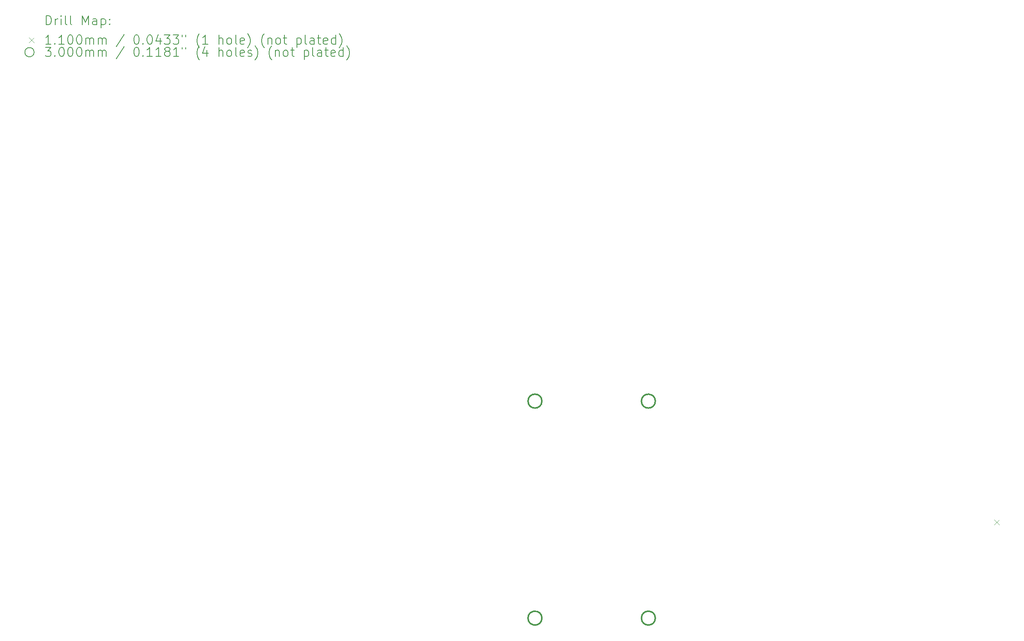
<source format=gbr>
%TF.GenerationSoftware,KiCad,Pcbnew,7.0.9*%
%TF.CreationDate,2023-11-28T16:56:36-05:00*%
%TF.ProjectId,PCB taller de electronica,50434220-7461-46c6-9c65-722064652065,rev?*%
%TF.SameCoordinates,Original*%
%TF.FileFunction,Drillmap*%
%TF.FilePolarity,Positive*%
%FSLAX45Y45*%
G04 Gerber Fmt 4.5, Leading zero omitted, Abs format (unit mm)*
G04 Created by KiCad (PCBNEW 7.0.9) date 2023-11-28 16:56:36*
%MOMM*%
%LPD*%
G01*
G04 APERTURE LIST*
%ADD10C,0.200000*%
%ADD11C,0.110000*%
%ADD12C,0.300000*%
G04 APERTURE END LIST*
D10*
D11*
X20755000Y-11019000D02*
X20865000Y-11129000D01*
X20865000Y-11019000D02*
X20755000Y-11129000D01*
D12*
X10975000Y-8453000D02*
G75*
G03*
X10975000Y-8453000I-150000J0D01*
G01*
X10975000Y-13148000D02*
G75*
G03*
X10975000Y-13148000I-150000J0D01*
G01*
X13426000Y-8453000D02*
G75*
G03*
X13426000Y-8453000I-150000J0D01*
G01*
X13426000Y-13148000D02*
G75*
G03*
X13426000Y-13148000I-150000J0D01*
G01*
D10*
X260777Y-311484D02*
X260777Y-111484D01*
X260777Y-111484D02*
X308396Y-111484D01*
X308396Y-111484D02*
X336967Y-121008D01*
X336967Y-121008D02*
X356015Y-140055D01*
X356015Y-140055D02*
X365539Y-159103D01*
X365539Y-159103D02*
X375062Y-197198D01*
X375062Y-197198D02*
X375062Y-225769D01*
X375062Y-225769D02*
X365539Y-263865D01*
X365539Y-263865D02*
X356015Y-282912D01*
X356015Y-282912D02*
X336967Y-301960D01*
X336967Y-301960D02*
X308396Y-311484D01*
X308396Y-311484D02*
X260777Y-311484D01*
X460777Y-311484D02*
X460777Y-178150D01*
X460777Y-216246D02*
X470301Y-197198D01*
X470301Y-197198D02*
X479824Y-187674D01*
X479824Y-187674D02*
X498872Y-178150D01*
X498872Y-178150D02*
X517920Y-178150D01*
X584586Y-311484D02*
X584586Y-178150D01*
X584586Y-111484D02*
X575063Y-121008D01*
X575063Y-121008D02*
X584586Y-130531D01*
X584586Y-130531D02*
X594110Y-121008D01*
X594110Y-121008D02*
X584586Y-111484D01*
X584586Y-111484D02*
X584586Y-130531D01*
X708396Y-311484D02*
X689348Y-301960D01*
X689348Y-301960D02*
X679824Y-282912D01*
X679824Y-282912D02*
X679824Y-111484D01*
X813158Y-311484D02*
X794110Y-301960D01*
X794110Y-301960D02*
X784586Y-282912D01*
X784586Y-282912D02*
X784586Y-111484D01*
X1041729Y-311484D02*
X1041729Y-111484D01*
X1041729Y-111484D02*
X1108396Y-254341D01*
X1108396Y-254341D02*
X1175063Y-111484D01*
X1175063Y-111484D02*
X1175063Y-311484D01*
X1356015Y-311484D02*
X1356015Y-206722D01*
X1356015Y-206722D02*
X1346491Y-187674D01*
X1346491Y-187674D02*
X1327444Y-178150D01*
X1327444Y-178150D02*
X1289348Y-178150D01*
X1289348Y-178150D02*
X1270301Y-187674D01*
X1356015Y-301960D02*
X1336967Y-311484D01*
X1336967Y-311484D02*
X1289348Y-311484D01*
X1289348Y-311484D02*
X1270301Y-301960D01*
X1270301Y-301960D02*
X1260777Y-282912D01*
X1260777Y-282912D02*
X1260777Y-263865D01*
X1260777Y-263865D02*
X1270301Y-244817D01*
X1270301Y-244817D02*
X1289348Y-235293D01*
X1289348Y-235293D02*
X1336967Y-235293D01*
X1336967Y-235293D02*
X1356015Y-225769D01*
X1451253Y-178150D02*
X1451253Y-378150D01*
X1451253Y-187674D02*
X1470301Y-178150D01*
X1470301Y-178150D02*
X1508396Y-178150D01*
X1508396Y-178150D02*
X1527443Y-187674D01*
X1527443Y-187674D02*
X1536967Y-197198D01*
X1536967Y-197198D02*
X1546491Y-216246D01*
X1546491Y-216246D02*
X1546491Y-273389D01*
X1546491Y-273389D02*
X1536967Y-292436D01*
X1536967Y-292436D02*
X1527443Y-301960D01*
X1527443Y-301960D02*
X1508396Y-311484D01*
X1508396Y-311484D02*
X1470301Y-311484D01*
X1470301Y-311484D02*
X1451253Y-301960D01*
X1632205Y-292436D02*
X1641729Y-301960D01*
X1641729Y-301960D02*
X1632205Y-311484D01*
X1632205Y-311484D02*
X1622682Y-301960D01*
X1622682Y-301960D02*
X1632205Y-292436D01*
X1632205Y-292436D02*
X1632205Y-311484D01*
X1632205Y-187674D02*
X1641729Y-197198D01*
X1641729Y-197198D02*
X1632205Y-206722D01*
X1632205Y-206722D02*
X1622682Y-197198D01*
X1622682Y-197198D02*
X1632205Y-187674D01*
X1632205Y-187674D02*
X1632205Y-206722D01*
D11*
X-110000Y-585000D02*
X0Y-695000D01*
X0Y-585000D02*
X-110000Y-695000D01*
D10*
X365539Y-731484D02*
X251253Y-731484D01*
X308396Y-731484D02*
X308396Y-531484D01*
X308396Y-531484D02*
X289348Y-560055D01*
X289348Y-560055D02*
X270301Y-579103D01*
X270301Y-579103D02*
X251253Y-588627D01*
X451253Y-712436D02*
X460777Y-721960D01*
X460777Y-721960D02*
X451253Y-731484D01*
X451253Y-731484D02*
X441729Y-721960D01*
X441729Y-721960D02*
X451253Y-712436D01*
X451253Y-712436D02*
X451253Y-731484D01*
X651253Y-731484D02*
X536967Y-731484D01*
X594110Y-731484D02*
X594110Y-531484D01*
X594110Y-531484D02*
X575063Y-560055D01*
X575063Y-560055D02*
X556015Y-579103D01*
X556015Y-579103D02*
X536967Y-588627D01*
X775062Y-531484D02*
X794110Y-531484D01*
X794110Y-531484D02*
X813158Y-541008D01*
X813158Y-541008D02*
X822682Y-550531D01*
X822682Y-550531D02*
X832205Y-569579D01*
X832205Y-569579D02*
X841729Y-607674D01*
X841729Y-607674D02*
X841729Y-655293D01*
X841729Y-655293D02*
X832205Y-693389D01*
X832205Y-693389D02*
X822682Y-712436D01*
X822682Y-712436D02*
X813158Y-721960D01*
X813158Y-721960D02*
X794110Y-731484D01*
X794110Y-731484D02*
X775062Y-731484D01*
X775062Y-731484D02*
X756015Y-721960D01*
X756015Y-721960D02*
X746491Y-712436D01*
X746491Y-712436D02*
X736967Y-693389D01*
X736967Y-693389D02*
X727443Y-655293D01*
X727443Y-655293D02*
X727443Y-607674D01*
X727443Y-607674D02*
X736967Y-569579D01*
X736967Y-569579D02*
X746491Y-550531D01*
X746491Y-550531D02*
X756015Y-541008D01*
X756015Y-541008D02*
X775062Y-531484D01*
X965539Y-531484D02*
X984586Y-531484D01*
X984586Y-531484D02*
X1003634Y-541008D01*
X1003634Y-541008D02*
X1013158Y-550531D01*
X1013158Y-550531D02*
X1022682Y-569579D01*
X1022682Y-569579D02*
X1032205Y-607674D01*
X1032205Y-607674D02*
X1032205Y-655293D01*
X1032205Y-655293D02*
X1022682Y-693389D01*
X1022682Y-693389D02*
X1013158Y-712436D01*
X1013158Y-712436D02*
X1003634Y-721960D01*
X1003634Y-721960D02*
X984586Y-731484D01*
X984586Y-731484D02*
X965539Y-731484D01*
X965539Y-731484D02*
X946491Y-721960D01*
X946491Y-721960D02*
X936967Y-712436D01*
X936967Y-712436D02*
X927443Y-693389D01*
X927443Y-693389D02*
X917920Y-655293D01*
X917920Y-655293D02*
X917920Y-607674D01*
X917920Y-607674D02*
X927443Y-569579D01*
X927443Y-569579D02*
X936967Y-550531D01*
X936967Y-550531D02*
X946491Y-541008D01*
X946491Y-541008D02*
X965539Y-531484D01*
X1117920Y-731484D02*
X1117920Y-598150D01*
X1117920Y-617198D02*
X1127444Y-607674D01*
X1127444Y-607674D02*
X1146491Y-598150D01*
X1146491Y-598150D02*
X1175063Y-598150D01*
X1175063Y-598150D02*
X1194110Y-607674D01*
X1194110Y-607674D02*
X1203634Y-626722D01*
X1203634Y-626722D02*
X1203634Y-731484D01*
X1203634Y-626722D02*
X1213158Y-607674D01*
X1213158Y-607674D02*
X1232205Y-598150D01*
X1232205Y-598150D02*
X1260777Y-598150D01*
X1260777Y-598150D02*
X1279825Y-607674D01*
X1279825Y-607674D02*
X1289348Y-626722D01*
X1289348Y-626722D02*
X1289348Y-731484D01*
X1384586Y-731484D02*
X1384586Y-598150D01*
X1384586Y-617198D02*
X1394110Y-607674D01*
X1394110Y-607674D02*
X1413158Y-598150D01*
X1413158Y-598150D02*
X1441729Y-598150D01*
X1441729Y-598150D02*
X1460777Y-607674D01*
X1460777Y-607674D02*
X1470301Y-626722D01*
X1470301Y-626722D02*
X1470301Y-731484D01*
X1470301Y-626722D02*
X1479824Y-607674D01*
X1479824Y-607674D02*
X1498872Y-598150D01*
X1498872Y-598150D02*
X1527443Y-598150D01*
X1527443Y-598150D02*
X1546491Y-607674D01*
X1546491Y-607674D02*
X1556015Y-626722D01*
X1556015Y-626722D02*
X1556015Y-731484D01*
X1946491Y-521960D02*
X1775063Y-779103D01*
X2203634Y-531484D02*
X2222682Y-531484D01*
X2222682Y-531484D02*
X2241729Y-541008D01*
X2241729Y-541008D02*
X2251253Y-550531D01*
X2251253Y-550531D02*
X2260777Y-569579D01*
X2260777Y-569579D02*
X2270301Y-607674D01*
X2270301Y-607674D02*
X2270301Y-655293D01*
X2270301Y-655293D02*
X2260777Y-693389D01*
X2260777Y-693389D02*
X2251253Y-712436D01*
X2251253Y-712436D02*
X2241729Y-721960D01*
X2241729Y-721960D02*
X2222682Y-731484D01*
X2222682Y-731484D02*
X2203634Y-731484D01*
X2203634Y-731484D02*
X2184587Y-721960D01*
X2184587Y-721960D02*
X2175063Y-712436D01*
X2175063Y-712436D02*
X2165539Y-693389D01*
X2165539Y-693389D02*
X2156015Y-655293D01*
X2156015Y-655293D02*
X2156015Y-607674D01*
X2156015Y-607674D02*
X2165539Y-569579D01*
X2165539Y-569579D02*
X2175063Y-550531D01*
X2175063Y-550531D02*
X2184587Y-541008D01*
X2184587Y-541008D02*
X2203634Y-531484D01*
X2356015Y-712436D02*
X2365539Y-721960D01*
X2365539Y-721960D02*
X2356015Y-731484D01*
X2356015Y-731484D02*
X2346491Y-721960D01*
X2346491Y-721960D02*
X2356015Y-712436D01*
X2356015Y-712436D02*
X2356015Y-731484D01*
X2489348Y-531484D02*
X2508396Y-531484D01*
X2508396Y-531484D02*
X2527444Y-541008D01*
X2527444Y-541008D02*
X2536968Y-550531D01*
X2536968Y-550531D02*
X2546491Y-569579D01*
X2546491Y-569579D02*
X2556015Y-607674D01*
X2556015Y-607674D02*
X2556015Y-655293D01*
X2556015Y-655293D02*
X2546491Y-693389D01*
X2546491Y-693389D02*
X2536968Y-712436D01*
X2536968Y-712436D02*
X2527444Y-721960D01*
X2527444Y-721960D02*
X2508396Y-731484D01*
X2508396Y-731484D02*
X2489348Y-731484D01*
X2489348Y-731484D02*
X2470301Y-721960D01*
X2470301Y-721960D02*
X2460777Y-712436D01*
X2460777Y-712436D02*
X2451253Y-693389D01*
X2451253Y-693389D02*
X2441729Y-655293D01*
X2441729Y-655293D02*
X2441729Y-607674D01*
X2441729Y-607674D02*
X2451253Y-569579D01*
X2451253Y-569579D02*
X2460777Y-550531D01*
X2460777Y-550531D02*
X2470301Y-541008D01*
X2470301Y-541008D02*
X2489348Y-531484D01*
X2727444Y-598150D02*
X2727444Y-731484D01*
X2679825Y-521960D02*
X2632206Y-664817D01*
X2632206Y-664817D02*
X2756015Y-664817D01*
X2813158Y-531484D02*
X2936967Y-531484D01*
X2936967Y-531484D02*
X2870301Y-607674D01*
X2870301Y-607674D02*
X2898872Y-607674D01*
X2898872Y-607674D02*
X2917920Y-617198D01*
X2917920Y-617198D02*
X2927444Y-626722D01*
X2927444Y-626722D02*
X2936967Y-645770D01*
X2936967Y-645770D02*
X2936967Y-693389D01*
X2936967Y-693389D02*
X2927444Y-712436D01*
X2927444Y-712436D02*
X2917920Y-721960D01*
X2917920Y-721960D02*
X2898872Y-731484D01*
X2898872Y-731484D02*
X2841729Y-731484D01*
X2841729Y-731484D02*
X2822682Y-721960D01*
X2822682Y-721960D02*
X2813158Y-712436D01*
X3003634Y-531484D02*
X3127444Y-531484D01*
X3127444Y-531484D02*
X3060777Y-607674D01*
X3060777Y-607674D02*
X3089348Y-607674D01*
X3089348Y-607674D02*
X3108396Y-617198D01*
X3108396Y-617198D02*
X3117920Y-626722D01*
X3117920Y-626722D02*
X3127444Y-645770D01*
X3127444Y-645770D02*
X3127444Y-693389D01*
X3127444Y-693389D02*
X3117920Y-712436D01*
X3117920Y-712436D02*
X3108396Y-721960D01*
X3108396Y-721960D02*
X3089348Y-731484D01*
X3089348Y-731484D02*
X3032206Y-731484D01*
X3032206Y-731484D02*
X3013158Y-721960D01*
X3013158Y-721960D02*
X3003634Y-712436D01*
X3203634Y-531484D02*
X3203634Y-569579D01*
X3279825Y-531484D02*
X3279825Y-569579D01*
X3575063Y-807674D02*
X3565539Y-798150D01*
X3565539Y-798150D02*
X3546491Y-769579D01*
X3546491Y-769579D02*
X3536968Y-750531D01*
X3536968Y-750531D02*
X3527444Y-721960D01*
X3527444Y-721960D02*
X3517920Y-674341D01*
X3517920Y-674341D02*
X3517920Y-636246D01*
X3517920Y-636246D02*
X3527444Y-588627D01*
X3527444Y-588627D02*
X3536968Y-560055D01*
X3536968Y-560055D02*
X3546491Y-541008D01*
X3546491Y-541008D02*
X3565539Y-512436D01*
X3565539Y-512436D02*
X3575063Y-502912D01*
X3756015Y-731484D02*
X3641729Y-731484D01*
X3698872Y-731484D02*
X3698872Y-531484D01*
X3698872Y-531484D02*
X3679825Y-560055D01*
X3679825Y-560055D02*
X3660777Y-579103D01*
X3660777Y-579103D02*
X3641729Y-588627D01*
X3994110Y-731484D02*
X3994110Y-531484D01*
X4079825Y-731484D02*
X4079825Y-626722D01*
X4079825Y-626722D02*
X4070301Y-607674D01*
X4070301Y-607674D02*
X4051253Y-598150D01*
X4051253Y-598150D02*
X4022682Y-598150D01*
X4022682Y-598150D02*
X4003634Y-607674D01*
X4003634Y-607674D02*
X3994110Y-617198D01*
X4203634Y-731484D02*
X4184587Y-721960D01*
X4184587Y-721960D02*
X4175063Y-712436D01*
X4175063Y-712436D02*
X4165539Y-693389D01*
X4165539Y-693389D02*
X4165539Y-636246D01*
X4165539Y-636246D02*
X4175063Y-617198D01*
X4175063Y-617198D02*
X4184587Y-607674D01*
X4184587Y-607674D02*
X4203634Y-598150D01*
X4203634Y-598150D02*
X4232206Y-598150D01*
X4232206Y-598150D02*
X4251253Y-607674D01*
X4251253Y-607674D02*
X4260777Y-617198D01*
X4260777Y-617198D02*
X4270301Y-636246D01*
X4270301Y-636246D02*
X4270301Y-693389D01*
X4270301Y-693389D02*
X4260777Y-712436D01*
X4260777Y-712436D02*
X4251253Y-721960D01*
X4251253Y-721960D02*
X4232206Y-731484D01*
X4232206Y-731484D02*
X4203634Y-731484D01*
X4384587Y-731484D02*
X4365539Y-721960D01*
X4365539Y-721960D02*
X4356015Y-702912D01*
X4356015Y-702912D02*
X4356015Y-531484D01*
X4536968Y-721960D02*
X4517920Y-731484D01*
X4517920Y-731484D02*
X4479825Y-731484D01*
X4479825Y-731484D02*
X4460777Y-721960D01*
X4460777Y-721960D02*
X4451253Y-702912D01*
X4451253Y-702912D02*
X4451253Y-626722D01*
X4451253Y-626722D02*
X4460777Y-607674D01*
X4460777Y-607674D02*
X4479825Y-598150D01*
X4479825Y-598150D02*
X4517920Y-598150D01*
X4517920Y-598150D02*
X4536968Y-607674D01*
X4536968Y-607674D02*
X4546492Y-626722D01*
X4546492Y-626722D02*
X4546492Y-645770D01*
X4546492Y-645770D02*
X4451253Y-664817D01*
X4613158Y-807674D02*
X4622682Y-798150D01*
X4622682Y-798150D02*
X4641730Y-769579D01*
X4641730Y-769579D02*
X4651253Y-750531D01*
X4651253Y-750531D02*
X4660777Y-721960D01*
X4660777Y-721960D02*
X4670301Y-674341D01*
X4670301Y-674341D02*
X4670301Y-636246D01*
X4670301Y-636246D02*
X4660777Y-588627D01*
X4660777Y-588627D02*
X4651253Y-560055D01*
X4651253Y-560055D02*
X4641730Y-541008D01*
X4641730Y-541008D02*
X4622682Y-512436D01*
X4622682Y-512436D02*
X4613158Y-502912D01*
X4975063Y-807674D02*
X4965539Y-798150D01*
X4965539Y-798150D02*
X4946492Y-769579D01*
X4946492Y-769579D02*
X4936968Y-750531D01*
X4936968Y-750531D02*
X4927444Y-721960D01*
X4927444Y-721960D02*
X4917920Y-674341D01*
X4917920Y-674341D02*
X4917920Y-636246D01*
X4917920Y-636246D02*
X4927444Y-588627D01*
X4927444Y-588627D02*
X4936968Y-560055D01*
X4936968Y-560055D02*
X4946492Y-541008D01*
X4946492Y-541008D02*
X4965539Y-512436D01*
X4965539Y-512436D02*
X4975063Y-502912D01*
X5051253Y-598150D02*
X5051253Y-731484D01*
X5051253Y-617198D02*
X5060777Y-607674D01*
X5060777Y-607674D02*
X5079825Y-598150D01*
X5079825Y-598150D02*
X5108396Y-598150D01*
X5108396Y-598150D02*
X5127444Y-607674D01*
X5127444Y-607674D02*
X5136968Y-626722D01*
X5136968Y-626722D02*
X5136968Y-731484D01*
X5260777Y-731484D02*
X5241730Y-721960D01*
X5241730Y-721960D02*
X5232206Y-712436D01*
X5232206Y-712436D02*
X5222682Y-693389D01*
X5222682Y-693389D02*
X5222682Y-636246D01*
X5222682Y-636246D02*
X5232206Y-617198D01*
X5232206Y-617198D02*
X5241730Y-607674D01*
X5241730Y-607674D02*
X5260777Y-598150D01*
X5260777Y-598150D02*
X5289349Y-598150D01*
X5289349Y-598150D02*
X5308396Y-607674D01*
X5308396Y-607674D02*
X5317920Y-617198D01*
X5317920Y-617198D02*
X5327444Y-636246D01*
X5327444Y-636246D02*
X5327444Y-693389D01*
X5327444Y-693389D02*
X5317920Y-712436D01*
X5317920Y-712436D02*
X5308396Y-721960D01*
X5308396Y-721960D02*
X5289349Y-731484D01*
X5289349Y-731484D02*
X5260777Y-731484D01*
X5384587Y-598150D02*
X5460777Y-598150D01*
X5413158Y-531484D02*
X5413158Y-702912D01*
X5413158Y-702912D02*
X5422682Y-721960D01*
X5422682Y-721960D02*
X5441730Y-731484D01*
X5441730Y-731484D02*
X5460777Y-731484D01*
X5679825Y-598150D02*
X5679825Y-798150D01*
X5679825Y-607674D02*
X5698872Y-598150D01*
X5698872Y-598150D02*
X5736968Y-598150D01*
X5736968Y-598150D02*
X5756015Y-607674D01*
X5756015Y-607674D02*
X5765539Y-617198D01*
X5765539Y-617198D02*
X5775063Y-636246D01*
X5775063Y-636246D02*
X5775063Y-693389D01*
X5775063Y-693389D02*
X5765539Y-712436D01*
X5765539Y-712436D02*
X5756015Y-721960D01*
X5756015Y-721960D02*
X5736968Y-731484D01*
X5736968Y-731484D02*
X5698872Y-731484D01*
X5698872Y-731484D02*
X5679825Y-721960D01*
X5889349Y-731484D02*
X5870301Y-721960D01*
X5870301Y-721960D02*
X5860777Y-702912D01*
X5860777Y-702912D02*
X5860777Y-531484D01*
X6051253Y-731484D02*
X6051253Y-626722D01*
X6051253Y-626722D02*
X6041730Y-607674D01*
X6041730Y-607674D02*
X6022682Y-598150D01*
X6022682Y-598150D02*
X5984587Y-598150D01*
X5984587Y-598150D02*
X5965539Y-607674D01*
X6051253Y-721960D02*
X6032206Y-731484D01*
X6032206Y-731484D02*
X5984587Y-731484D01*
X5984587Y-731484D02*
X5965539Y-721960D01*
X5965539Y-721960D02*
X5956015Y-702912D01*
X5956015Y-702912D02*
X5956015Y-683865D01*
X5956015Y-683865D02*
X5965539Y-664817D01*
X5965539Y-664817D02*
X5984587Y-655293D01*
X5984587Y-655293D02*
X6032206Y-655293D01*
X6032206Y-655293D02*
X6051253Y-645770D01*
X6117920Y-598150D02*
X6194111Y-598150D01*
X6146492Y-531484D02*
X6146492Y-702912D01*
X6146492Y-702912D02*
X6156015Y-721960D01*
X6156015Y-721960D02*
X6175063Y-731484D01*
X6175063Y-731484D02*
X6194111Y-731484D01*
X6336968Y-721960D02*
X6317920Y-731484D01*
X6317920Y-731484D02*
X6279825Y-731484D01*
X6279825Y-731484D02*
X6260777Y-721960D01*
X6260777Y-721960D02*
X6251253Y-702912D01*
X6251253Y-702912D02*
X6251253Y-626722D01*
X6251253Y-626722D02*
X6260777Y-607674D01*
X6260777Y-607674D02*
X6279825Y-598150D01*
X6279825Y-598150D02*
X6317920Y-598150D01*
X6317920Y-598150D02*
X6336968Y-607674D01*
X6336968Y-607674D02*
X6346492Y-626722D01*
X6346492Y-626722D02*
X6346492Y-645770D01*
X6346492Y-645770D02*
X6251253Y-664817D01*
X6517920Y-731484D02*
X6517920Y-531484D01*
X6517920Y-721960D02*
X6498873Y-731484D01*
X6498873Y-731484D02*
X6460777Y-731484D01*
X6460777Y-731484D02*
X6441730Y-721960D01*
X6441730Y-721960D02*
X6432206Y-712436D01*
X6432206Y-712436D02*
X6422682Y-693389D01*
X6422682Y-693389D02*
X6422682Y-636246D01*
X6422682Y-636246D02*
X6432206Y-617198D01*
X6432206Y-617198D02*
X6441730Y-607674D01*
X6441730Y-607674D02*
X6460777Y-598150D01*
X6460777Y-598150D02*
X6498873Y-598150D01*
X6498873Y-598150D02*
X6517920Y-607674D01*
X6594111Y-807674D02*
X6603634Y-798150D01*
X6603634Y-798150D02*
X6622682Y-769579D01*
X6622682Y-769579D02*
X6632206Y-750531D01*
X6632206Y-750531D02*
X6641730Y-721960D01*
X6641730Y-721960D02*
X6651253Y-674341D01*
X6651253Y-674341D02*
X6651253Y-636246D01*
X6651253Y-636246D02*
X6641730Y-588627D01*
X6641730Y-588627D02*
X6632206Y-560055D01*
X6632206Y-560055D02*
X6622682Y-541008D01*
X6622682Y-541008D02*
X6603634Y-512436D01*
X6603634Y-512436D02*
X6594111Y-502912D01*
X0Y-904000D02*
G75*
G03*
X0Y-904000I-100000J0D01*
G01*
X241729Y-795484D02*
X365539Y-795484D01*
X365539Y-795484D02*
X298872Y-871674D01*
X298872Y-871674D02*
X327444Y-871674D01*
X327444Y-871674D02*
X346491Y-881198D01*
X346491Y-881198D02*
X356015Y-890722D01*
X356015Y-890722D02*
X365539Y-909769D01*
X365539Y-909769D02*
X365539Y-957388D01*
X365539Y-957388D02*
X356015Y-976436D01*
X356015Y-976436D02*
X346491Y-985960D01*
X346491Y-985960D02*
X327444Y-995484D01*
X327444Y-995484D02*
X270301Y-995484D01*
X270301Y-995484D02*
X251253Y-985960D01*
X251253Y-985960D02*
X241729Y-976436D01*
X451253Y-976436D02*
X460777Y-985960D01*
X460777Y-985960D02*
X451253Y-995484D01*
X451253Y-995484D02*
X441729Y-985960D01*
X441729Y-985960D02*
X451253Y-976436D01*
X451253Y-976436D02*
X451253Y-995484D01*
X584586Y-795484D02*
X603634Y-795484D01*
X603634Y-795484D02*
X622682Y-805008D01*
X622682Y-805008D02*
X632205Y-814531D01*
X632205Y-814531D02*
X641729Y-833579D01*
X641729Y-833579D02*
X651253Y-871674D01*
X651253Y-871674D02*
X651253Y-919293D01*
X651253Y-919293D02*
X641729Y-957388D01*
X641729Y-957388D02*
X632205Y-976436D01*
X632205Y-976436D02*
X622682Y-985960D01*
X622682Y-985960D02*
X603634Y-995484D01*
X603634Y-995484D02*
X584586Y-995484D01*
X584586Y-995484D02*
X565539Y-985960D01*
X565539Y-985960D02*
X556015Y-976436D01*
X556015Y-976436D02*
X546491Y-957388D01*
X546491Y-957388D02*
X536967Y-919293D01*
X536967Y-919293D02*
X536967Y-871674D01*
X536967Y-871674D02*
X546491Y-833579D01*
X546491Y-833579D02*
X556015Y-814531D01*
X556015Y-814531D02*
X565539Y-805008D01*
X565539Y-805008D02*
X584586Y-795484D01*
X775062Y-795484D02*
X794110Y-795484D01*
X794110Y-795484D02*
X813158Y-805008D01*
X813158Y-805008D02*
X822682Y-814531D01*
X822682Y-814531D02*
X832205Y-833579D01*
X832205Y-833579D02*
X841729Y-871674D01*
X841729Y-871674D02*
X841729Y-919293D01*
X841729Y-919293D02*
X832205Y-957388D01*
X832205Y-957388D02*
X822682Y-976436D01*
X822682Y-976436D02*
X813158Y-985960D01*
X813158Y-985960D02*
X794110Y-995484D01*
X794110Y-995484D02*
X775062Y-995484D01*
X775062Y-995484D02*
X756015Y-985960D01*
X756015Y-985960D02*
X746491Y-976436D01*
X746491Y-976436D02*
X736967Y-957388D01*
X736967Y-957388D02*
X727443Y-919293D01*
X727443Y-919293D02*
X727443Y-871674D01*
X727443Y-871674D02*
X736967Y-833579D01*
X736967Y-833579D02*
X746491Y-814531D01*
X746491Y-814531D02*
X756015Y-805008D01*
X756015Y-805008D02*
X775062Y-795484D01*
X965539Y-795484D02*
X984586Y-795484D01*
X984586Y-795484D02*
X1003634Y-805008D01*
X1003634Y-805008D02*
X1013158Y-814531D01*
X1013158Y-814531D02*
X1022682Y-833579D01*
X1022682Y-833579D02*
X1032205Y-871674D01*
X1032205Y-871674D02*
X1032205Y-919293D01*
X1032205Y-919293D02*
X1022682Y-957388D01*
X1022682Y-957388D02*
X1013158Y-976436D01*
X1013158Y-976436D02*
X1003634Y-985960D01*
X1003634Y-985960D02*
X984586Y-995484D01*
X984586Y-995484D02*
X965539Y-995484D01*
X965539Y-995484D02*
X946491Y-985960D01*
X946491Y-985960D02*
X936967Y-976436D01*
X936967Y-976436D02*
X927443Y-957388D01*
X927443Y-957388D02*
X917920Y-919293D01*
X917920Y-919293D02*
X917920Y-871674D01*
X917920Y-871674D02*
X927443Y-833579D01*
X927443Y-833579D02*
X936967Y-814531D01*
X936967Y-814531D02*
X946491Y-805008D01*
X946491Y-805008D02*
X965539Y-795484D01*
X1117920Y-995484D02*
X1117920Y-862150D01*
X1117920Y-881198D02*
X1127444Y-871674D01*
X1127444Y-871674D02*
X1146491Y-862150D01*
X1146491Y-862150D02*
X1175063Y-862150D01*
X1175063Y-862150D02*
X1194110Y-871674D01*
X1194110Y-871674D02*
X1203634Y-890722D01*
X1203634Y-890722D02*
X1203634Y-995484D01*
X1203634Y-890722D02*
X1213158Y-871674D01*
X1213158Y-871674D02*
X1232205Y-862150D01*
X1232205Y-862150D02*
X1260777Y-862150D01*
X1260777Y-862150D02*
X1279825Y-871674D01*
X1279825Y-871674D02*
X1289348Y-890722D01*
X1289348Y-890722D02*
X1289348Y-995484D01*
X1384586Y-995484D02*
X1384586Y-862150D01*
X1384586Y-881198D02*
X1394110Y-871674D01*
X1394110Y-871674D02*
X1413158Y-862150D01*
X1413158Y-862150D02*
X1441729Y-862150D01*
X1441729Y-862150D02*
X1460777Y-871674D01*
X1460777Y-871674D02*
X1470301Y-890722D01*
X1470301Y-890722D02*
X1470301Y-995484D01*
X1470301Y-890722D02*
X1479824Y-871674D01*
X1479824Y-871674D02*
X1498872Y-862150D01*
X1498872Y-862150D02*
X1527443Y-862150D01*
X1527443Y-862150D02*
X1546491Y-871674D01*
X1546491Y-871674D02*
X1556015Y-890722D01*
X1556015Y-890722D02*
X1556015Y-995484D01*
X1946491Y-785960D02*
X1775063Y-1043103D01*
X2203634Y-795484D02*
X2222682Y-795484D01*
X2222682Y-795484D02*
X2241729Y-805008D01*
X2241729Y-805008D02*
X2251253Y-814531D01*
X2251253Y-814531D02*
X2260777Y-833579D01*
X2260777Y-833579D02*
X2270301Y-871674D01*
X2270301Y-871674D02*
X2270301Y-919293D01*
X2270301Y-919293D02*
X2260777Y-957388D01*
X2260777Y-957388D02*
X2251253Y-976436D01*
X2251253Y-976436D02*
X2241729Y-985960D01*
X2241729Y-985960D02*
X2222682Y-995484D01*
X2222682Y-995484D02*
X2203634Y-995484D01*
X2203634Y-995484D02*
X2184587Y-985960D01*
X2184587Y-985960D02*
X2175063Y-976436D01*
X2175063Y-976436D02*
X2165539Y-957388D01*
X2165539Y-957388D02*
X2156015Y-919293D01*
X2156015Y-919293D02*
X2156015Y-871674D01*
X2156015Y-871674D02*
X2165539Y-833579D01*
X2165539Y-833579D02*
X2175063Y-814531D01*
X2175063Y-814531D02*
X2184587Y-805008D01*
X2184587Y-805008D02*
X2203634Y-795484D01*
X2356015Y-976436D02*
X2365539Y-985960D01*
X2365539Y-985960D02*
X2356015Y-995484D01*
X2356015Y-995484D02*
X2346491Y-985960D01*
X2346491Y-985960D02*
X2356015Y-976436D01*
X2356015Y-976436D02*
X2356015Y-995484D01*
X2556015Y-995484D02*
X2441729Y-995484D01*
X2498872Y-995484D02*
X2498872Y-795484D01*
X2498872Y-795484D02*
X2479825Y-824055D01*
X2479825Y-824055D02*
X2460777Y-843103D01*
X2460777Y-843103D02*
X2441729Y-852627D01*
X2746491Y-995484D02*
X2632206Y-995484D01*
X2689348Y-995484D02*
X2689348Y-795484D01*
X2689348Y-795484D02*
X2670301Y-824055D01*
X2670301Y-824055D02*
X2651253Y-843103D01*
X2651253Y-843103D02*
X2632206Y-852627D01*
X2860777Y-881198D02*
X2841729Y-871674D01*
X2841729Y-871674D02*
X2832206Y-862150D01*
X2832206Y-862150D02*
X2822682Y-843103D01*
X2822682Y-843103D02*
X2822682Y-833579D01*
X2822682Y-833579D02*
X2832206Y-814531D01*
X2832206Y-814531D02*
X2841729Y-805008D01*
X2841729Y-805008D02*
X2860777Y-795484D01*
X2860777Y-795484D02*
X2898872Y-795484D01*
X2898872Y-795484D02*
X2917920Y-805008D01*
X2917920Y-805008D02*
X2927444Y-814531D01*
X2927444Y-814531D02*
X2936967Y-833579D01*
X2936967Y-833579D02*
X2936967Y-843103D01*
X2936967Y-843103D02*
X2927444Y-862150D01*
X2927444Y-862150D02*
X2917920Y-871674D01*
X2917920Y-871674D02*
X2898872Y-881198D01*
X2898872Y-881198D02*
X2860777Y-881198D01*
X2860777Y-881198D02*
X2841729Y-890722D01*
X2841729Y-890722D02*
X2832206Y-900246D01*
X2832206Y-900246D02*
X2822682Y-919293D01*
X2822682Y-919293D02*
X2822682Y-957388D01*
X2822682Y-957388D02*
X2832206Y-976436D01*
X2832206Y-976436D02*
X2841729Y-985960D01*
X2841729Y-985960D02*
X2860777Y-995484D01*
X2860777Y-995484D02*
X2898872Y-995484D01*
X2898872Y-995484D02*
X2917920Y-985960D01*
X2917920Y-985960D02*
X2927444Y-976436D01*
X2927444Y-976436D02*
X2936967Y-957388D01*
X2936967Y-957388D02*
X2936967Y-919293D01*
X2936967Y-919293D02*
X2927444Y-900246D01*
X2927444Y-900246D02*
X2917920Y-890722D01*
X2917920Y-890722D02*
X2898872Y-881198D01*
X3127444Y-995484D02*
X3013158Y-995484D01*
X3070301Y-995484D02*
X3070301Y-795484D01*
X3070301Y-795484D02*
X3051253Y-824055D01*
X3051253Y-824055D02*
X3032206Y-843103D01*
X3032206Y-843103D02*
X3013158Y-852627D01*
X3203634Y-795484D02*
X3203634Y-833579D01*
X3279825Y-795484D02*
X3279825Y-833579D01*
X3575063Y-1071674D02*
X3565539Y-1062150D01*
X3565539Y-1062150D02*
X3546491Y-1033579D01*
X3546491Y-1033579D02*
X3536968Y-1014531D01*
X3536968Y-1014531D02*
X3527444Y-985960D01*
X3527444Y-985960D02*
X3517920Y-938341D01*
X3517920Y-938341D02*
X3517920Y-900246D01*
X3517920Y-900246D02*
X3527444Y-852627D01*
X3527444Y-852627D02*
X3536968Y-824055D01*
X3536968Y-824055D02*
X3546491Y-805008D01*
X3546491Y-805008D02*
X3565539Y-776436D01*
X3565539Y-776436D02*
X3575063Y-766912D01*
X3736968Y-862150D02*
X3736968Y-995484D01*
X3689348Y-785960D02*
X3641729Y-928817D01*
X3641729Y-928817D02*
X3765539Y-928817D01*
X3994110Y-995484D02*
X3994110Y-795484D01*
X4079825Y-995484D02*
X4079825Y-890722D01*
X4079825Y-890722D02*
X4070301Y-871674D01*
X4070301Y-871674D02*
X4051253Y-862150D01*
X4051253Y-862150D02*
X4022682Y-862150D01*
X4022682Y-862150D02*
X4003634Y-871674D01*
X4003634Y-871674D02*
X3994110Y-881198D01*
X4203634Y-995484D02*
X4184587Y-985960D01*
X4184587Y-985960D02*
X4175063Y-976436D01*
X4175063Y-976436D02*
X4165539Y-957388D01*
X4165539Y-957388D02*
X4165539Y-900246D01*
X4165539Y-900246D02*
X4175063Y-881198D01*
X4175063Y-881198D02*
X4184587Y-871674D01*
X4184587Y-871674D02*
X4203634Y-862150D01*
X4203634Y-862150D02*
X4232206Y-862150D01*
X4232206Y-862150D02*
X4251253Y-871674D01*
X4251253Y-871674D02*
X4260777Y-881198D01*
X4260777Y-881198D02*
X4270301Y-900246D01*
X4270301Y-900246D02*
X4270301Y-957388D01*
X4270301Y-957388D02*
X4260777Y-976436D01*
X4260777Y-976436D02*
X4251253Y-985960D01*
X4251253Y-985960D02*
X4232206Y-995484D01*
X4232206Y-995484D02*
X4203634Y-995484D01*
X4384587Y-995484D02*
X4365539Y-985960D01*
X4365539Y-985960D02*
X4356015Y-966912D01*
X4356015Y-966912D02*
X4356015Y-795484D01*
X4536968Y-985960D02*
X4517920Y-995484D01*
X4517920Y-995484D02*
X4479825Y-995484D01*
X4479825Y-995484D02*
X4460777Y-985960D01*
X4460777Y-985960D02*
X4451253Y-966912D01*
X4451253Y-966912D02*
X4451253Y-890722D01*
X4451253Y-890722D02*
X4460777Y-871674D01*
X4460777Y-871674D02*
X4479825Y-862150D01*
X4479825Y-862150D02*
X4517920Y-862150D01*
X4517920Y-862150D02*
X4536968Y-871674D01*
X4536968Y-871674D02*
X4546492Y-890722D01*
X4546492Y-890722D02*
X4546492Y-909769D01*
X4546492Y-909769D02*
X4451253Y-928817D01*
X4622682Y-985960D02*
X4641730Y-995484D01*
X4641730Y-995484D02*
X4679825Y-995484D01*
X4679825Y-995484D02*
X4698873Y-985960D01*
X4698873Y-985960D02*
X4708396Y-966912D01*
X4708396Y-966912D02*
X4708396Y-957388D01*
X4708396Y-957388D02*
X4698873Y-938341D01*
X4698873Y-938341D02*
X4679825Y-928817D01*
X4679825Y-928817D02*
X4651253Y-928817D01*
X4651253Y-928817D02*
X4632206Y-919293D01*
X4632206Y-919293D02*
X4622682Y-900246D01*
X4622682Y-900246D02*
X4622682Y-890722D01*
X4622682Y-890722D02*
X4632206Y-871674D01*
X4632206Y-871674D02*
X4651253Y-862150D01*
X4651253Y-862150D02*
X4679825Y-862150D01*
X4679825Y-862150D02*
X4698873Y-871674D01*
X4775063Y-1071674D02*
X4784587Y-1062150D01*
X4784587Y-1062150D02*
X4803634Y-1033579D01*
X4803634Y-1033579D02*
X4813158Y-1014531D01*
X4813158Y-1014531D02*
X4822682Y-985960D01*
X4822682Y-985960D02*
X4832206Y-938341D01*
X4832206Y-938341D02*
X4832206Y-900246D01*
X4832206Y-900246D02*
X4822682Y-852627D01*
X4822682Y-852627D02*
X4813158Y-824055D01*
X4813158Y-824055D02*
X4803634Y-805008D01*
X4803634Y-805008D02*
X4784587Y-776436D01*
X4784587Y-776436D02*
X4775063Y-766912D01*
X5136968Y-1071674D02*
X5127444Y-1062150D01*
X5127444Y-1062150D02*
X5108396Y-1033579D01*
X5108396Y-1033579D02*
X5098873Y-1014531D01*
X5098873Y-1014531D02*
X5089349Y-985960D01*
X5089349Y-985960D02*
X5079825Y-938341D01*
X5079825Y-938341D02*
X5079825Y-900246D01*
X5079825Y-900246D02*
X5089349Y-852627D01*
X5089349Y-852627D02*
X5098873Y-824055D01*
X5098873Y-824055D02*
X5108396Y-805008D01*
X5108396Y-805008D02*
X5127444Y-776436D01*
X5127444Y-776436D02*
X5136968Y-766912D01*
X5213158Y-862150D02*
X5213158Y-995484D01*
X5213158Y-881198D02*
X5222682Y-871674D01*
X5222682Y-871674D02*
X5241730Y-862150D01*
X5241730Y-862150D02*
X5270301Y-862150D01*
X5270301Y-862150D02*
X5289349Y-871674D01*
X5289349Y-871674D02*
X5298873Y-890722D01*
X5298873Y-890722D02*
X5298873Y-995484D01*
X5422682Y-995484D02*
X5403634Y-985960D01*
X5403634Y-985960D02*
X5394111Y-976436D01*
X5394111Y-976436D02*
X5384587Y-957388D01*
X5384587Y-957388D02*
X5384587Y-900246D01*
X5384587Y-900246D02*
X5394111Y-881198D01*
X5394111Y-881198D02*
X5403634Y-871674D01*
X5403634Y-871674D02*
X5422682Y-862150D01*
X5422682Y-862150D02*
X5451254Y-862150D01*
X5451254Y-862150D02*
X5470301Y-871674D01*
X5470301Y-871674D02*
X5479825Y-881198D01*
X5479825Y-881198D02*
X5489349Y-900246D01*
X5489349Y-900246D02*
X5489349Y-957388D01*
X5489349Y-957388D02*
X5479825Y-976436D01*
X5479825Y-976436D02*
X5470301Y-985960D01*
X5470301Y-985960D02*
X5451254Y-995484D01*
X5451254Y-995484D02*
X5422682Y-995484D01*
X5546492Y-862150D02*
X5622682Y-862150D01*
X5575063Y-795484D02*
X5575063Y-966912D01*
X5575063Y-966912D02*
X5584587Y-985960D01*
X5584587Y-985960D02*
X5603634Y-995484D01*
X5603634Y-995484D02*
X5622682Y-995484D01*
X5841730Y-862150D02*
X5841730Y-1062150D01*
X5841730Y-871674D02*
X5860777Y-862150D01*
X5860777Y-862150D02*
X5898873Y-862150D01*
X5898873Y-862150D02*
X5917920Y-871674D01*
X5917920Y-871674D02*
X5927444Y-881198D01*
X5927444Y-881198D02*
X5936968Y-900246D01*
X5936968Y-900246D02*
X5936968Y-957388D01*
X5936968Y-957388D02*
X5927444Y-976436D01*
X5927444Y-976436D02*
X5917920Y-985960D01*
X5917920Y-985960D02*
X5898873Y-995484D01*
X5898873Y-995484D02*
X5860777Y-995484D01*
X5860777Y-995484D02*
X5841730Y-985960D01*
X6051253Y-995484D02*
X6032206Y-985960D01*
X6032206Y-985960D02*
X6022682Y-966912D01*
X6022682Y-966912D02*
X6022682Y-795484D01*
X6213158Y-995484D02*
X6213158Y-890722D01*
X6213158Y-890722D02*
X6203634Y-871674D01*
X6203634Y-871674D02*
X6184587Y-862150D01*
X6184587Y-862150D02*
X6146492Y-862150D01*
X6146492Y-862150D02*
X6127444Y-871674D01*
X6213158Y-985960D02*
X6194111Y-995484D01*
X6194111Y-995484D02*
X6146492Y-995484D01*
X6146492Y-995484D02*
X6127444Y-985960D01*
X6127444Y-985960D02*
X6117920Y-966912D01*
X6117920Y-966912D02*
X6117920Y-947865D01*
X6117920Y-947865D02*
X6127444Y-928817D01*
X6127444Y-928817D02*
X6146492Y-919293D01*
X6146492Y-919293D02*
X6194111Y-919293D01*
X6194111Y-919293D02*
X6213158Y-909769D01*
X6279825Y-862150D02*
X6356015Y-862150D01*
X6308396Y-795484D02*
X6308396Y-966912D01*
X6308396Y-966912D02*
X6317920Y-985960D01*
X6317920Y-985960D02*
X6336968Y-995484D01*
X6336968Y-995484D02*
X6356015Y-995484D01*
X6498873Y-985960D02*
X6479825Y-995484D01*
X6479825Y-995484D02*
X6441730Y-995484D01*
X6441730Y-995484D02*
X6422682Y-985960D01*
X6422682Y-985960D02*
X6413158Y-966912D01*
X6413158Y-966912D02*
X6413158Y-890722D01*
X6413158Y-890722D02*
X6422682Y-871674D01*
X6422682Y-871674D02*
X6441730Y-862150D01*
X6441730Y-862150D02*
X6479825Y-862150D01*
X6479825Y-862150D02*
X6498873Y-871674D01*
X6498873Y-871674D02*
X6508396Y-890722D01*
X6508396Y-890722D02*
X6508396Y-909769D01*
X6508396Y-909769D02*
X6413158Y-928817D01*
X6679825Y-995484D02*
X6679825Y-795484D01*
X6679825Y-985960D02*
X6660777Y-995484D01*
X6660777Y-995484D02*
X6622682Y-995484D01*
X6622682Y-995484D02*
X6603634Y-985960D01*
X6603634Y-985960D02*
X6594111Y-976436D01*
X6594111Y-976436D02*
X6584587Y-957388D01*
X6584587Y-957388D02*
X6584587Y-900246D01*
X6584587Y-900246D02*
X6594111Y-881198D01*
X6594111Y-881198D02*
X6603634Y-871674D01*
X6603634Y-871674D02*
X6622682Y-862150D01*
X6622682Y-862150D02*
X6660777Y-862150D01*
X6660777Y-862150D02*
X6679825Y-871674D01*
X6756015Y-1071674D02*
X6765539Y-1062150D01*
X6765539Y-1062150D02*
X6784587Y-1033579D01*
X6784587Y-1033579D02*
X6794111Y-1014531D01*
X6794111Y-1014531D02*
X6803634Y-985960D01*
X6803634Y-985960D02*
X6813158Y-938341D01*
X6813158Y-938341D02*
X6813158Y-900246D01*
X6813158Y-900246D02*
X6803634Y-852627D01*
X6803634Y-852627D02*
X6794111Y-824055D01*
X6794111Y-824055D02*
X6784587Y-805008D01*
X6784587Y-805008D02*
X6765539Y-776436D01*
X6765539Y-776436D02*
X6756015Y-766912D01*
M02*

</source>
